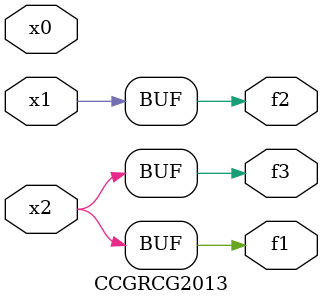
<source format=v>
module CCGRCG2013(
	input x0, x1, x2,
	output f1, f2, f3
);
	assign f1 = x2;
	assign f2 = x1;
	assign f3 = x2;
endmodule

</source>
